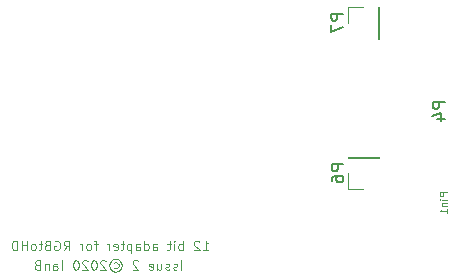
<source format=gbo>
G04 #@! TF.GenerationSoftware,KiCad,Pcbnew,(5.1.4)-1*
G04 #@! TF.CreationDate,2020-10-15T04:09:33+01:00*
G04 #@! TF.ProjectId,buffer,62756666-6572-42e6-9b69-6361645f7063,rev?*
G04 #@! TF.SameCoordinates,Original*
G04 #@! TF.FileFunction,Legend,Bot*
G04 #@! TF.FilePolarity,Positive*
%FSLAX46Y46*%
G04 Gerber Fmt 4.6, Leading zero omitted, Abs format (unit mm)*
G04 Created by KiCad (PCBNEW (5.1.4)-1) date 2020-10-15 04:09:33*
%MOMM*%
%LPD*%
G04 APERTURE LIST*
%ADD10C,0.100000*%
%ADD11C,0.120000*%
%ADD12C,0.150000*%
G04 APERTURE END LIST*
D10*
X83094028Y-47133617D02*
X82494028Y-47133617D01*
X82494028Y-47362188D01*
X82522600Y-47419331D01*
X82551171Y-47447902D01*
X82608314Y-47476474D01*
X82694028Y-47476474D01*
X82751171Y-47447902D01*
X82779742Y-47419331D01*
X82808314Y-47362188D01*
X82808314Y-47133617D01*
X83094028Y-47733617D02*
X82694028Y-47733617D01*
X82494028Y-47733617D02*
X82522600Y-47705045D01*
X82551171Y-47733617D01*
X82522600Y-47762188D01*
X82494028Y-47733617D01*
X82551171Y-47733617D01*
X82694028Y-48019331D02*
X83094028Y-48019331D01*
X82751171Y-48019331D02*
X82722600Y-48047902D01*
X82694028Y-48105045D01*
X82694028Y-48190760D01*
X82722600Y-48247902D01*
X82779742Y-48276474D01*
X83094028Y-48276474D01*
X83094028Y-48876474D02*
X83094028Y-48533617D01*
X83094028Y-48705045D02*
X82494028Y-48705045D01*
X82579742Y-48647902D01*
X82636885Y-48590760D01*
X82665457Y-48533617D01*
D11*
X62444466Y-52022964D02*
X62901609Y-52022964D01*
X62673038Y-52022964D02*
X62673038Y-51222964D01*
X62749228Y-51337250D01*
X62825419Y-51413440D01*
X62901609Y-51451536D01*
X62139704Y-51299155D02*
X62101609Y-51261060D01*
X62025419Y-51222964D01*
X61834942Y-51222964D01*
X61758752Y-51261060D01*
X61720657Y-51299155D01*
X61682561Y-51375345D01*
X61682561Y-51451536D01*
X61720657Y-51565821D01*
X62177800Y-52022964D01*
X61682561Y-52022964D01*
X60730180Y-52022964D02*
X60730180Y-51222964D01*
X60730180Y-51527726D02*
X60653990Y-51489631D01*
X60501609Y-51489631D01*
X60425419Y-51527726D01*
X60387323Y-51565821D01*
X60349228Y-51642012D01*
X60349228Y-51870583D01*
X60387323Y-51946774D01*
X60425419Y-51984869D01*
X60501609Y-52022964D01*
X60653990Y-52022964D01*
X60730180Y-51984869D01*
X60006371Y-52022964D02*
X60006371Y-51489631D01*
X60006371Y-51222964D02*
X60044466Y-51261060D01*
X60006371Y-51299155D01*
X59968276Y-51261060D01*
X60006371Y-51222964D01*
X60006371Y-51299155D01*
X59739704Y-51489631D02*
X59434942Y-51489631D01*
X59625419Y-51222964D02*
X59625419Y-51908679D01*
X59587323Y-51984869D01*
X59511133Y-52022964D01*
X59434942Y-52022964D01*
X58215895Y-52022964D02*
X58215895Y-51603917D01*
X58253990Y-51527726D01*
X58330180Y-51489631D01*
X58482561Y-51489631D01*
X58558752Y-51527726D01*
X58215895Y-51984869D02*
X58292085Y-52022964D01*
X58482561Y-52022964D01*
X58558752Y-51984869D01*
X58596847Y-51908679D01*
X58596847Y-51832488D01*
X58558752Y-51756298D01*
X58482561Y-51718202D01*
X58292085Y-51718202D01*
X58215895Y-51680107D01*
X57492085Y-52022964D02*
X57492085Y-51222964D01*
X57492085Y-51984869D02*
X57568276Y-52022964D01*
X57720657Y-52022964D01*
X57796847Y-51984869D01*
X57834942Y-51946774D01*
X57873038Y-51870583D01*
X57873038Y-51642012D01*
X57834942Y-51565821D01*
X57796847Y-51527726D01*
X57720657Y-51489631D01*
X57568276Y-51489631D01*
X57492085Y-51527726D01*
X56768276Y-52022964D02*
X56768276Y-51603917D01*
X56806371Y-51527726D01*
X56882561Y-51489631D01*
X57034942Y-51489631D01*
X57111133Y-51527726D01*
X56768276Y-51984869D02*
X56844466Y-52022964D01*
X57034942Y-52022964D01*
X57111133Y-51984869D01*
X57149228Y-51908679D01*
X57149228Y-51832488D01*
X57111133Y-51756298D01*
X57034942Y-51718202D01*
X56844466Y-51718202D01*
X56768276Y-51680107D01*
X56387323Y-51489631D02*
X56387323Y-52289631D01*
X56387323Y-51527726D02*
X56311133Y-51489631D01*
X56158752Y-51489631D01*
X56082561Y-51527726D01*
X56044466Y-51565821D01*
X56006371Y-51642012D01*
X56006371Y-51870583D01*
X56044466Y-51946774D01*
X56082561Y-51984869D01*
X56158752Y-52022964D01*
X56311133Y-52022964D01*
X56387323Y-51984869D01*
X55777800Y-51489631D02*
X55473038Y-51489631D01*
X55663514Y-51222964D02*
X55663514Y-51908679D01*
X55625419Y-51984869D01*
X55549228Y-52022964D01*
X55473038Y-52022964D01*
X54901609Y-51984869D02*
X54977800Y-52022964D01*
X55130180Y-52022964D01*
X55206371Y-51984869D01*
X55244466Y-51908679D01*
X55244466Y-51603917D01*
X55206371Y-51527726D01*
X55130180Y-51489631D01*
X54977800Y-51489631D01*
X54901609Y-51527726D01*
X54863514Y-51603917D01*
X54863514Y-51680107D01*
X55244466Y-51756298D01*
X54520657Y-52022964D02*
X54520657Y-51489631D01*
X54520657Y-51642012D02*
X54482561Y-51565821D01*
X54444466Y-51527726D01*
X54368276Y-51489631D01*
X54292085Y-51489631D01*
X53530180Y-51489631D02*
X53225419Y-51489631D01*
X53415895Y-52022964D02*
X53415895Y-51337250D01*
X53377800Y-51261060D01*
X53301609Y-51222964D01*
X53225419Y-51222964D01*
X52844466Y-52022964D02*
X52920657Y-51984869D01*
X52958752Y-51946774D01*
X52996847Y-51870583D01*
X52996847Y-51642012D01*
X52958752Y-51565821D01*
X52920657Y-51527726D01*
X52844466Y-51489631D01*
X52730180Y-51489631D01*
X52653990Y-51527726D01*
X52615895Y-51565821D01*
X52577800Y-51642012D01*
X52577800Y-51870583D01*
X52615895Y-51946774D01*
X52653990Y-51984869D01*
X52730180Y-52022964D01*
X52844466Y-52022964D01*
X52234942Y-52022964D02*
X52234942Y-51489631D01*
X52234942Y-51642012D02*
X52196847Y-51565821D01*
X52158752Y-51527726D01*
X52082561Y-51489631D01*
X52006371Y-51489631D01*
X50673038Y-52022964D02*
X50939704Y-51642012D01*
X51130180Y-52022964D02*
X51130180Y-51222964D01*
X50825419Y-51222964D01*
X50749228Y-51261060D01*
X50711133Y-51299155D01*
X50673038Y-51375345D01*
X50673038Y-51489631D01*
X50711133Y-51565821D01*
X50749228Y-51603917D01*
X50825419Y-51642012D01*
X51130180Y-51642012D01*
X49911133Y-51261060D02*
X49987323Y-51222964D01*
X50101609Y-51222964D01*
X50215895Y-51261060D01*
X50292085Y-51337250D01*
X50330180Y-51413440D01*
X50368276Y-51565821D01*
X50368276Y-51680107D01*
X50330180Y-51832488D01*
X50292085Y-51908679D01*
X50215895Y-51984869D01*
X50101609Y-52022964D01*
X50025419Y-52022964D01*
X49911133Y-51984869D01*
X49873038Y-51946774D01*
X49873038Y-51680107D01*
X50025419Y-51680107D01*
X49263514Y-51603917D02*
X49149228Y-51642012D01*
X49111133Y-51680107D01*
X49073038Y-51756298D01*
X49073038Y-51870583D01*
X49111133Y-51946774D01*
X49149228Y-51984869D01*
X49225419Y-52022964D01*
X49530180Y-52022964D01*
X49530180Y-51222964D01*
X49263514Y-51222964D01*
X49187323Y-51261060D01*
X49149228Y-51299155D01*
X49111133Y-51375345D01*
X49111133Y-51451536D01*
X49149228Y-51527726D01*
X49187323Y-51565821D01*
X49263514Y-51603917D01*
X49530180Y-51603917D01*
X48844466Y-51489631D02*
X48539704Y-51489631D01*
X48730180Y-51222964D02*
X48730180Y-51908679D01*
X48692085Y-51984869D01*
X48615895Y-52022964D01*
X48539704Y-52022964D01*
X48158752Y-52022964D02*
X48234942Y-51984869D01*
X48273038Y-51946774D01*
X48311133Y-51870583D01*
X48311133Y-51642012D01*
X48273038Y-51565821D01*
X48234942Y-51527726D01*
X48158752Y-51489631D01*
X48044466Y-51489631D01*
X47968276Y-51527726D01*
X47930180Y-51565821D01*
X47892085Y-51642012D01*
X47892085Y-51870583D01*
X47930180Y-51946774D01*
X47968276Y-51984869D01*
X48044466Y-52022964D01*
X48158752Y-52022964D01*
X47549228Y-52022964D02*
X47549228Y-51222964D01*
X47549228Y-51603917D02*
X47092085Y-51603917D01*
X47092085Y-52022964D02*
X47092085Y-51222964D01*
X46711133Y-52022964D02*
X46711133Y-51222964D01*
X46520657Y-51222964D01*
X46406371Y-51261060D01*
X46330180Y-51337250D01*
X46292085Y-51413440D01*
X46253990Y-51565821D01*
X46253990Y-51680107D01*
X46292085Y-51832488D01*
X46330180Y-51908679D01*
X46406371Y-51984869D01*
X46520657Y-52022964D01*
X46711133Y-52022964D01*
X60609528Y-53686664D02*
X60609528Y-52886664D01*
X60266671Y-53648569D02*
X60190480Y-53686664D01*
X60038100Y-53686664D01*
X59961909Y-53648569D01*
X59923814Y-53572379D01*
X59923814Y-53534283D01*
X59961909Y-53458093D01*
X60038100Y-53419998D01*
X60152385Y-53419998D01*
X60228576Y-53381902D01*
X60266671Y-53305712D01*
X60266671Y-53267617D01*
X60228576Y-53191426D01*
X60152385Y-53153331D01*
X60038100Y-53153331D01*
X59961909Y-53191426D01*
X59619052Y-53648569D02*
X59542861Y-53686664D01*
X59390480Y-53686664D01*
X59314290Y-53648569D01*
X59276195Y-53572379D01*
X59276195Y-53534283D01*
X59314290Y-53458093D01*
X59390480Y-53419998D01*
X59504766Y-53419998D01*
X59580957Y-53381902D01*
X59619052Y-53305712D01*
X59619052Y-53267617D01*
X59580957Y-53191426D01*
X59504766Y-53153331D01*
X59390480Y-53153331D01*
X59314290Y-53191426D01*
X58590480Y-53153331D02*
X58590480Y-53686664D01*
X58933338Y-53153331D02*
X58933338Y-53572379D01*
X58895242Y-53648569D01*
X58819052Y-53686664D01*
X58704766Y-53686664D01*
X58628576Y-53648569D01*
X58590480Y-53610474D01*
X57904766Y-53648569D02*
X57980957Y-53686664D01*
X58133338Y-53686664D01*
X58209528Y-53648569D01*
X58247623Y-53572379D01*
X58247623Y-53267617D01*
X58209528Y-53191426D01*
X58133338Y-53153331D01*
X57980957Y-53153331D01*
X57904766Y-53191426D01*
X57866671Y-53267617D01*
X57866671Y-53343807D01*
X58247623Y-53419998D01*
X56952385Y-52962855D02*
X56914290Y-52924760D01*
X56838100Y-52886664D01*
X56647623Y-52886664D01*
X56571433Y-52924760D01*
X56533338Y-52962855D01*
X56495242Y-53039045D01*
X56495242Y-53115236D01*
X56533338Y-53229521D01*
X56990480Y-53686664D01*
X56495242Y-53686664D01*
X54895242Y-53077140D02*
X54971433Y-53039045D01*
X55123814Y-53039045D01*
X55200004Y-53077140D01*
X55276195Y-53153331D01*
X55314290Y-53229521D01*
X55314290Y-53381902D01*
X55276195Y-53458093D01*
X55200004Y-53534283D01*
X55123814Y-53572379D01*
X54971433Y-53572379D01*
X54895242Y-53534283D01*
X55047623Y-52772379D02*
X55238100Y-52810474D01*
X55428576Y-52924760D01*
X55542861Y-53115236D01*
X55580957Y-53305712D01*
X55542861Y-53496188D01*
X55428576Y-53686664D01*
X55238100Y-53800950D01*
X55047623Y-53839045D01*
X54857147Y-53800950D01*
X54666671Y-53686664D01*
X54552385Y-53496188D01*
X54514290Y-53305712D01*
X54552385Y-53115236D01*
X54666671Y-52924760D01*
X54857147Y-52810474D01*
X55047623Y-52772379D01*
X54209528Y-52962855D02*
X54171433Y-52924760D01*
X54095242Y-52886664D01*
X53904766Y-52886664D01*
X53828576Y-52924760D01*
X53790480Y-52962855D01*
X53752385Y-53039045D01*
X53752385Y-53115236D01*
X53790480Y-53229521D01*
X54247623Y-53686664D01*
X53752385Y-53686664D01*
X53257147Y-52886664D02*
X53180957Y-52886664D01*
X53104766Y-52924760D01*
X53066671Y-52962855D01*
X53028576Y-53039045D01*
X52990480Y-53191426D01*
X52990480Y-53381902D01*
X53028576Y-53534283D01*
X53066671Y-53610474D01*
X53104766Y-53648569D01*
X53180957Y-53686664D01*
X53257147Y-53686664D01*
X53333338Y-53648569D01*
X53371433Y-53610474D01*
X53409528Y-53534283D01*
X53447623Y-53381902D01*
X53447623Y-53191426D01*
X53409528Y-53039045D01*
X53371433Y-52962855D01*
X53333338Y-52924760D01*
X53257147Y-52886664D01*
X52685719Y-52962855D02*
X52647623Y-52924760D01*
X52571433Y-52886664D01*
X52380957Y-52886664D01*
X52304766Y-52924760D01*
X52266671Y-52962855D01*
X52228576Y-53039045D01*
X52228576Y-53115236D01*
X52266671Y-53229521D01*
X52723814Y-53686664D01*
X52228576Y-53686664D01*
X51733338Y-52886664D02*
X51657147Y-52886664D01*
X51580957Y-52924760D01*
X51542861Y-52962855D01*
X51504766Y-53039045D01*
X51466671Y-53191426D01*
X51466671Y-53381902D01*
X51504766Y-53534283D01*
X51542861Y-53610474D01*
X51580957Y-53648569D01*
X51657147Y-53686664D01*
X51733338Y-53686664D01*
X51809528Y-53648569D01*
X51847623Y-53610474D01*
X51885719Y-53534283D01*
X51923814Y-53381902D01*
X51923814Y-53191426D01*
X51885719Y-53039045D01*
X51847623Y-52962855D01*
X51809528Y-52924760D01*
X51733338Y-52886664D01*
X50514290Y-53686664D02*
X50514290Y-52886664D01*
X49790480Y-53686664D02*
X49790480Y-53267617D01*
X49828576Y-53191426D01*
X49904766Y-53153331D01*
X50057147Y-53153331D01*
X50133338Y-53191426D01*
X49790480Y-53648569D02*
X49866671Y-53686664D01*
X50057147Y-53686664D01*
X50133338Y-53648569D01*
X50171433Y-53572379D01*
X50171433Y-53496188D01*
X50133338Y-53419998D01*
X50057147Y-53381902D01*
X49866671Y-53381902D01*
X49790480Y-53343807D01*
X49409528Y-53153331D02*
X49409528Y-53686664D01*
X49409528Y-53229521D02*
X49371433Y-53191426D01*
X49295242Y-53153331D01*
X49180957Y-53153331D01*
X49104766Y-53191426D01*
X49066671Y-53267617D01*
X49066671Y-53686664D01*
X48419052Y-53267617D02*
X48304766Y-53305712D01*
X48266671Y-53343807D01*
X48228576Y-53419998D01*
X48228576Y-53534283D01*
X48266671Y-53610474D01*
X48304766Y-53648569D01*
X48380957Y-53686664D01*
X48685719Y-53686664D01*
X48685719Y-52886664D01*
X48419052Y-52886664D01*
X48342861Y-52924760D01*
X48304766Y-52962855D01*
X48266671Y-53039045D01*
X48266671Y-53115236D01*
X48304766Y-53191426D01*
X48342861Y-53229521D01*
X48419052Y-53267617D01*
X48685719Y-53267617D01*
X74703180Y-44174100D02*
X77363180Y-44174100D01*
X74703180Y-44234100D02*
X74703180Y-44174100D01*
X77363180Y-44234100D02*
X77363180Y-44174100D01*
X74703180Y-44234100D02*
X77363180Y-44234100D01*
X74703180Y-45504100D02*
X74703180Y-46834100D01*
X74703180Y-46834100D02*
X76033180Y-46834100D01*
X77370800Y-31471560D02*
X77370800Y-34131560D01*
X77310800Y-31471560D02*
X77370800Y-31471560D01*
X77310800Y-34131560D02*
X77370800Y-34131560D01*
X77310800Y-31471560D02*
X77310800Y-34131560D01*
X76040800Y-31471560D02*
X74710800Y-31471560D01*
X74710800Y-31471560D02*
X74710800Y-32801560D01*
D12*
X74351960Y-44766004D02*
X73351960Y-44766004D01*
X73351960Y-45146957D01*
X73399580Y-45242195D01*
X73447199Y-45289814D01*
X73542437Y-45337433D01*
X73685294Y-45337433D01*
X73780532Y-45289814D01*
X73828151Y-45242195D01*
X73875770Y-45146957D01*
X73875770Y-44766004D01*
X73351960Y-46194576D02*
X73351960Y-46004100D01*
X73399580Y-45908861D01*
X73447199Y-45861242D01*
X73590056Y-45766004D01*
X73780532Y-45718385D01*
X74161484Y-45718385D01*
X74256722Y-45766004D01*
X74304341Y-45813623D01*
X74351960Y-45908861D01*
X74351960Y-46099338D01*
X74304341Y-46194576D01*
X74256722Y-46242195D01*
X74161484Y-46289814D01*
X73923389Y-46289814D01*
X73828151Y-46242195D01*
X73780532Y-46194576D01*
X73732913Y-46099338D01*
X73732913Y-45908861D01*
X73780532Y-45813623D01*
X73828151Y-45766004D01*
X73923389Y-45718385D01*
X74308780Y-32012664D02*
X73308780Y-32012664D01*
X73308780Y-32393617D01*
X73356400Y-32488855D01*
X73404019Y-32536474D01*
X73499257Y-32584093D01*
X73642114Y-32584093D01*
X73737352Y-32536474D01*
X73784971Y-32488855D01*
X73832590Y-32393617D01*
X73832590Y-32012664D01*
X73308780Y-32917426D02*
X73308780Y-33584093D01*
X74308780Y-33155521D01*
X82919380Y-39480264D02*
X81919380Y-39480264D01*
X81919380Y-39861217D01*
X81967000Y-39956455D01*
X82014619Y-40004074D01*
X82109857Y-40051693D01*
X82252714Y-40051693D01*
X82347952Y-40004074D01*
X82395571Y-39956455D01*
X82443190Y-39861217D01*
X82443190Y-39480264D01*
X82252714Y-40908836D02*
X82919380Y-40908836D01*
X81871761Y-40670740D02*
X82586047Y-40432645D01*
X82586047Y-41051693D01*
M02*

</source>
